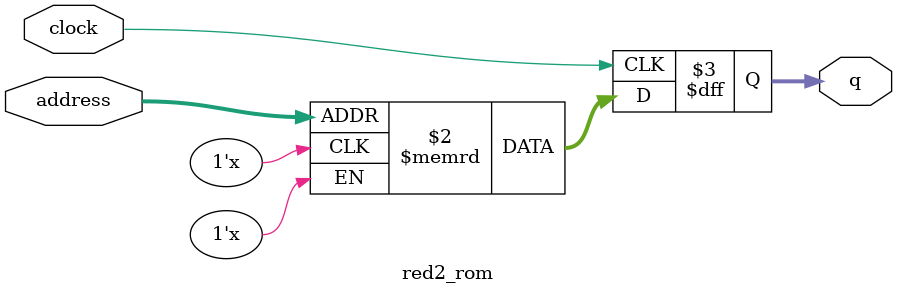
<source format=sv>
module red2_rom (
	input logic clock,
	input logic [8:0] address,
	output logic [3:0] q
);

logic [3:0] memory [0:399] /* synthesis ram_init_file = "./red2/red2.COE" */;

always_ff @ (posedge clock) begin
	q <= memory[address];
end

endmodule

</source>
